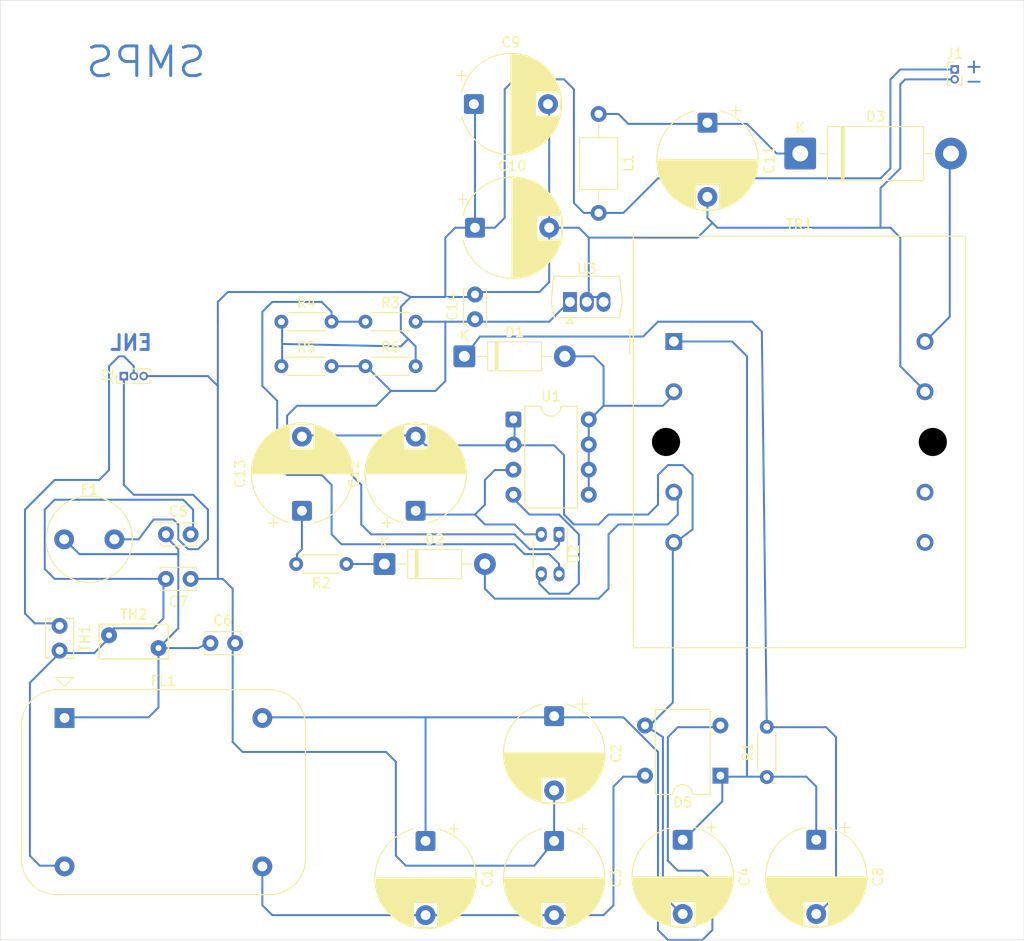
<source format=kicad_pcb>
(kicad_pcb (version 20241229) (generator "pcbnew") (generator_version "9.0")
  (layers (0 "F.Cu" signal) (2 "B.Cu" signal) (13 "F.Paste" user) (15 "B.Paste" user) (5 "F.SilkS" user "F.Silkscreen") (7 "B.SilkS" user "B.Silkscreen") (1 "F.Mask" user) (3 "B.Mask" user) (25 "Edge.Cuts" user))
  (net 0 "")
  (net 1 "Net-(C1-Pad1)")
  (net 2 "Net-(C1-Pad2)")
  (net 3 "Earth")
  (net 4 "Net-(D5-+)")
  (net 5 "Net-(D5--)")
  (net 6 "Net-(C5-Pad1)")
  (net 7 "Net-(C5-Pad2)")
  (net 8 "Net-(D1-K)")
  (net 9 "Net-(J1-Pin_1)")
  (net 10 "Net-(D3-K)")
  (net 11 "Net-(U1-FB)")
  (net 12 "Net-(C13-Pad1)")
  (net 13 "Net-(U3-K)")
  (net 14 "Net-(D1-A)")
  (net 15 "Net-(D2-A)")
  (net 16 "Net-(D2-K)")
  (net 17 "Net-(D3-A)")
  (net 18 "Net-(J2-Pin_1)")
  (net 19 "Net-(J2-Pin_2)")
  (net 20 "Net-(R3-Pad1)")
  (net 23 "Net-(U1-VDD)")
  (footprint "Capacitor_THT:CP_Radial_D10.0mm_P7.50mm" (layer "F.Cu") (at 157 121.382323 -90)
    (property "Reference" "C8" (at 3.75 -6.25 90) (layer "F.SilkS"))
    (property "Value" "C_Small")
    (pad "1" thru_hole roundrect (at 0 0 270) (size 2 2) (drill 1) (layers "*.Cu" "*.Mask") (roundrect_rratio 0.125) (net 4 "Net-(D5-+)"))
    (pad "2" thru_hole circle (at 7.5 0 270) (size 2 2) (drill 1) (layers "*.Cu" "*.Mask") (net 8 "Net-(D1-K)"))
  )
  (footprint "Capacitor_THT:C_Disc_D3.4mm_W2.1mm_P2.50mm" (layer "F.Cu") (at 95.75 101.5)
    (property "Reference" "C6" (at 1.25 -2.3 0) (layer "F.SilkS"))
    (property "Value" "C_Small")
    (pad "1" thru_hole circle (at 0 0) (size 1.6 1.6) (drill 0.8) (layers "*.Cu" "*.Mask") (net 6 "Net-(C5-Pad1)"))
    (pad "2" thru_hole circle (at 2.5 0) (size 1.6 1.6) (drill 0.8) (layers "*.Cu" "*.Mask") (net 3 "Earth"))
  )
  (footprint "Capacitor_THT:CP_Radial_D10.0mm_P7.50mm" (layer "F.Cu") (at 143.5 121.382323 -90)
    (property "Reference" "C4" (at 3.75 -6.25 90) (layer "F.SilkS"))
    (property "Value" "C_Polarized_US")
    (pad "1" thru_hole roundrect (at 0 0 270) (size 2 2) (drill 1) (layers "*.Cu" "*.Mask") (roundrect_rratio 0.125) (net 4 "Net-(D5-+)"))
    (pad "2" thru_hole circle (at 7.5 0 270) (size 2 2) (drill 1) (layers "*.Cu" "*.Mask") (net 5 "Net-(D5--)"))
  )
  (footprint "Diode_THT:D_DO-41_SOD81_P10.16mm_Horizontal" (layer "F.Cu") (at 113.34 93.5)
    (property "Reference" "D2" (at 5.08 -2.47 0) (layer "F.SilkS"))
    (property "Value" "1N4936")
    (fp_text user "K" (at 0 -2.1 0) (layer "F.SilkS"))
    (pad "1" thru_hole roundrect (at 0 0) (size 2.2 2.2) (drill 1.1) (layers "*.Cu" "*.Mask") (roundrect_rratio 0.113636) (net 16 "Net-(D2-K)"))
    (pad "2" thru_hole circle (at 10.16 0) (size 2.2 2.2) (drill 1.1) (layers "*.Cu" "*.Mask") (net 15 "Net-(D2-A)"))
  )
  (footprint "OptoDevice:Everlight_ITR8307F43" (layer "F.Cu") (at 131 90.5 180)
    (property "Reference" "U2" (at -1.5 -2 90) (layer "F.SilkS"))
    (property "Value" "GP2S700HCP")
    (pad "1" thru_hole roundrect (at 0 0 180) (size 1.1 1.5) (drill 0.7) (layers "*.Cu" "*.Mask") (roundrect_rratio 0.227) (net 13 "Net-(U3-K)"))
    (pad "2" thru_hole oval (at 0 -4 180) (size 1.1 1.5) (drill 0.7) (layers "*.Cu" "*.Mask") (net 20 "Net-(R3-Pad1)"))
    (pad "3" thru_hole oval (at 1.8 0 180) (size 1.1 1.5) (drill 0.7) (layers "*.Cu" "*.Mask") (net 11 "Net-(U1-FB)"))
    (pad "4" thru_hole oval (at 1.8 -4 180) (size 1.1 1.5) (drill 0.7) (layers "*.Cu" "*.Mask") (net 23 "Net-(U1-VDD)"))
  )
  (footprint "Capacitor_THT:CP_Radial_D10.0mm_P7.50mm" (layer "F.Cu") (at 122.5 59.5)
    (property "Reference" "C10" (at 3.75 -6.25 0) (layer "F.SilkS"))
    (property "Value" "C_Small")
    (pad "1" thru_hole roundrect (at 0 0) (size 2 2) (drill 1) (layers "*.Cu" "*.Mask") (roundrect_rratio 0.125) (net 9 "Net-(J1-Pin_1)"))
    (pad "2" thru_hole circle (at 7.5 0) (size 2 2) (drill 1) (layers "*.Cu" "*.Mask") (net 3 "Earth"))
  )
  (footprint "Capacitor_THT:CP_Radial_D10.0mm_P7.50mm" (layer "F.Cu") (at 146 48.882323 -90)
    (property "Reference" "C11" (at 3.75 -6.25 90) (layer "F.SilkS"))
    (property "Value" "C_Small")
    (pad "1" thru_hole roundrect (at 0 0 270) (size 2 2) (drill 1) (layers "*.Cu" "*.Mask") (roundrect_rratio 0.125) (net 10 "Net-(D3-K)"))
    (pad "2" thru_hole circle (at 7.5 0 270) (size 2 2) (drill 1) (layers "*.Cu" "*.Mask") (net 3 "Earth"))
  )
  (footprint "Resistor_THT:R_Axial_DIN0204_L3.6mm_D1.6mm_P5.08mm_Horizontal" (layer "F.Cu") (at 102.92 69)
    (property "Reference" "R4" (at 2.54 -1.92 0) (layer "F.SilkS"))
    (property "Value" "R_Small_US")
    (pad "1" thru_hole circle (at 0 0) (size 1.4 1.4) (drill 0.7) (layers "*.Cu" "*.Mask") (net 9 "Net-(J1-Pin_1)"))
    (pad "2" thru_hole circle (at 5.08 0) (size 1.4 1.4) (drill 0.7) (layers "*.Cu" "*.Mask") (net 20 "Net-(R3-Pad1)"))
  )
  (footprint "Diode_THT:Diode_Bridge_DIP-4_W7.62mm_P5.08mm" (layer "F.Cu") (at 147.31 114.9 180)
    (property "Reference" "D5" (at 3.8 -2.7 0) (layer "F.SilkS"))
    (property "Value" "KBPC3501W")
    (pad "1" thru_hole rect (at 0 0 180) (size 1.6 1.6) (drill 0.8) (layers "*.Cu" "*.Mask") (net 4 "Net-(D5-+)"))
    (pad "2" thru_hole oval (at 0 5.08 180) (size 1.6 1.6) (drill 0.8) (layers "*.Cu" "*.Mask") (net 1 "Net-(C1-Pad1)"))
    (pad "3" thru_hole oval (at 7.62 5.08 180) (size 1.6 1.6) (drill 0.8) (layers "*.Cu" "*.Mask") (net 5 "Net-(D5--)"))
    (pad "4" thru_hole oval (at 7.62 0 180) (size 1.6 1.6) (drill 0.8) (layers "*.Cu" "*.Mask") (net 2 "Net-(C1-Pad2)"))
  )
  (footprint "Transformer_THT:Transformer_Triad_VPP16-310" (layer "F.Cu") (at 142.6 71)
    (property "Reference" "TR1" (at 12.7 -11.84 0) (layer "F.SilkS"))
    (property "Value" "Triad_VPP16-310")
    (pad "" np_thru_hole circle (at -0.7874 10.16) (size 2.8448 2.8448) (drill 2.8448) (layers "*.Mask"))
    (pad "" np_thru_hole circle (at 26.1874 10.16) (size 2.8448 2.8448) (drill 2.8448) (layers "*.Mask"))
    (pad "1" thru_hole rect (at 0 0) (size 1.7 1.7) (drill 1) (layers "*.Cu" "*.Mask") (net 4 "Net-(D5-+)"))
    (pad "3" thru_hole circle (at 0 5.08) (size 1.7 1.7) (drill 1) (layers "*.Cu" "*.Mask") (net 14 "Net-(D1-A)"))
    (pad "4" thru_hole circle (at 0 15.24) (size 1.7 1.7) (drill 1) (layers "*.Cu" "*.Mask") (net 15 "Net-(D2-A)"))
    (pad "6" thru_hole circle (at 0 20.32) (size 1.7 1.7) (drill 1) (layers "*.Cu" "*.Mask") (net 5 "Net-(D5--)"))
    (pad "7" thru_hole circle (at 25.4 0) (size 1.7 1.7) (drill 1) (layers "*.Cu" "*.Mask") (net 17 "Net-(D3-A)"))
    (pad "9" thru_hole circle (at 25.4 5.08) (size 1.7 1.7) (drill 1) (layers "*.Cu" "*.Mask") (net 3 "Earth"))
    (pad "10" thru_hole circle (at 25.4 15.24) (size 1.7 1.7) (drill 1) (layers "*.Cu" "*.Mask"))
    (pad "12" thru_hole circle (at 25.4 20.32) (size 1.7 1.7) (drill 1) (layers "*.Cu" "*.Mask"))
  )
  (footprint "Resistor_THT:R_Axial_DIN0204_L3.6mm_D1.6mm_P5.08mm_Horizontal" (layer "F.Cu") (at 102.92 73.5)
    (property "Reference" "R5" (at 2.54 -1.92 0) (layer "F.SilkS"))
    (property "Value" "R_Small_US")
    (pad "1" thru_hole circle (at 0 0) (size 1.4 1.4) (drill 0.7) (layers "*.Cu" "*.Mask") (net 9 "Net-(J1-Pin_1)"))
    (pad "2" thru_hole circle (at 5.08 0) (size 1.4 1.4) (drill 0.7) (layers "*.Cu" "*.Mask") (net 13 "Net-(U3-K)"))
  )
  (footprint "Fuse:Fuse_Littelfuse_372_D8.50mm" (layer "F.Cu") (at 80.96 91)
    (property "Reference" "F1" (at 2.54 -5 0) (layer "F.SilkS"))
    (property "Value" "Fuse")
    (pad "1" thru_hole circle (at 0 0) (size 2 2) (drill 1) (layers "*.Cu" "*.Mask") (net 6 "Net-(C5-Pad1)"))
    (pad "2" thru_hole circle (at 5.08 0) (size 2 2) (drill 1) (layers "*.Cu" "*.Mask") (net 18 "Net-(J2-Pin_1)"))
  )
  (footprint "Capacitor_THT:CP_Radial_D10.0mm_P7.50mm" (layer "F.Cu") (at 105 88.117677 90)
    (property "Reference" "C13" (at 3.75 -6.25 90) (layer "F.SilkS"))
    (property "Value" "C_Polarized_US")
    (pad "1" thru_hole roundrect (at 0 0 90) (size 2 2) (drill 1) (layers "*.Cu" "*.Mask") (roundrect_rratio 0.125) (net 12 "Net-(C13-Pad1)"))
    (pad "2" thru_hole circle (at 7.5 0 90) (size 2 2) (drill 1) (layers "*.Cu" "*.Mask") (net 5 "Net-(D5--)"))
  )
  (footprint "Capacitor_THT:CP_Radial_D10.0mm_P7.50mm" (layer "F.Cu") (at 122.382323 47)
    (property "Reference" "C9" (at 3.75 -6.25 0) (layer "F.SilkS"))
    (property "Value" "C_Polarized_US")
    (pad "1" thru_hole roundrect (at 0 0) (size 2 2) (drill 1) (layers "*.Cu" "*.Mask") (roundrect_rratio 0.125) (net 9 "Net-(J1-Pin_1)"))
    (pad "2" thru_hole circle (at 7.5 0) (size 2 2) (drill 1) (layers "*.Cu" "*.Mask") (net 3 "Earth"))
  )
  (footprint "Capacitor_THT:CP_Radial_D10.0mm_P7.50mm" (layer "F.Cu") (at 130.5 108.882323 -90)
    (property "Reference" "C2" (at 3.75 -6.25 90) (layer "F.SilkS"))
    (property "Value" "C_Small")
    (pad "1" thru_hole roundrect (at 0 0 270) (size 2 2) (drill 1) (layers "*.Cu" "*.Mask") (roundrect_rratio 0.125) (net 1 "Net-(C1-Pad1)"))
    (pad "2" thru_hole circle (at 7.5 0 270) (size 2 2) (drill 1) (layers "*.Cu" "*.Mask") (net 3 "Earth"))
  )
  (footprint "Capacitor_THT:CP_Radial_D10.0mm_P7.50mm" (layer "F.Cu") (at 116.5 88.117677 90)
    (property "Reference" "C12" (at 3.75 -6.25 90) (layer "F.SilkS"))
    (property "Value" "C")
    (pad "1" thru_hole roundrect (at 0 0 90) (size 2 2) (drill 1) (layers "*.Cu" "*.Mask") (roundrect_rratio 0.125) (net 11 "Net-(U1-FB)"))
    (pad "2" thru_hole circle (at 7.5 0 90) (size 2 2) (drill 1) (layers "*.Cu" "*.Mask") (net 5 "Net-(D5--)"))
  )
  (footprint "Resistor_THT:R_Axial_DIN0204_L3.6mm_D1.6mm_P5.08mm_Horizontal" (layer "F.Cu") (at 111.42 73.5)
    (property "Reference" "R6" (at 2.54 -1.92 0) (layer "F.SilkS"))
    (property "Value" "R_Small_US")
    (pad "1" thru_hole circle (at 0 0) (size 1.4 1.4) (drill 0.7) (layers "*.Cu" "*.Mask") (net 13 "Net-(U3-K)"))
    (pad "2" thru_hole circle (at 5.08 0) (size 1.4 1.4) (drill 0.7) (layers "*.Cu" "*.Mask") (net 3 "Earth"))
  )
  (footprint "Connector_PinHeader_1.00mm:PinHeader_1x03_P1.00mm_Vertical" (layer "F.Cu") (at 87 74.5 90)
    (property "Reference" "J2" (at 0 -1.61 90) (layer "F.SilkS"))
    (property "Value" "Conn_01x03_Pin")
    (pad "1" thru_hole rect (at 0 0 90) (size 0.85 0.85) (drill 0.5) (layers "*.Cu" "*.Mask") (net 18 "Net-(J2-Pin_1)"))
    (pad "2" thru_hole circle (at 0 1 90) (size 0.85 0.85) (drill 0.5) (layers "*.Cu" "*.Mask") (net 19 "Net-(J2-Pin_2)"))
    (pad "3" thru_hole circle (at 0 2 90) (size 0.85 0.85) (drill 0.5) (layers "*.Cu" "*.Mask") (net 3 "Earth"))
  )
  (footprint "Capacitor_THT:CP_Radial_D10.0mm_P7.50mm" (layer "F.Cu") (at 117.5 121.5 -90)
    (property "Reference" "C1" (at 3.75 -6.25 90) (layer "F.SilkS"))
    (property "Value" "C_Small")
    (pad "1" thru_hole roundrect (at 0 0 270) (size 2 2) (drill 1) (layers "*.Cu" "*.Mask") (roundrect_rratio 0.125) (net 1 "Net-(C1-Pad1)"))
    (pad "2" thru_hole circle (at 7.5 0 270) (size 2 2) (drill 1) (layers "*.Cu" "*.Mask") (net 2 "Net-(C1-Pad2)"))
  )
  (footprint "Diode_THT:D_DO-201AD_P15.24mm_Horizontal" (layer "F.Cu") (at 155.38 52)
    (property "Reference" "D3" (at 7.62 -3.72 0) (layer "F.SilkS"))
    (property "Value" "1N5822")
    (fp_text user "K" (at 0 -2.6 0) (layer "F.SilkS"))
    (pad "1" thru_hole roundrect (at 0 0) (size 3.2 3.2) (drill 1.6) (layers "*.Cu" "*.Mask") (roundrect_rratio 0.078125) (net 10 "Net-(D3-K)"))
    (pad "2" thru_hole circle (at 15.24 0) (size 3.2 3.2) (drill 1.6) (layers "*.Cu" "*.Mask") (net 17 "Net-(D3-A)"))
  )
  (footprint "Package_TO_SOT_THT:NEC_Molded_7x4x9mm" (layer "F.Cu") (at 132.1 67)
    (property "Reference" "U3" (at 1.7 -3.35 0) (layer "F.SilkS"))
    (property "Value" "TL431D")
    (pad "1" thru_hole rect (at 0 0 180) (size 1.4 2) (drill 1) (layers "*.Cu" "*.Mask") (net 13 "Net-(U3-K)"))
    (pad "2" thru_hole oval (at 1.7 0 180) (size 1.4 2) (drill 1) (layers "*.Cu" "*.Mask") (net 3 "Earth"))
    (pad "3" thru_hole oval (at 3.4 0 180) (size 1.4 2) (drill 1) (layers "*.Cu" "*.Mask") (net 3 "Earth"))
  )
  (footprint "Capacitor_THT:C_Disc_D3.4mm_W2.1mm_P2.50mm" (layer "F.Cu") (at 93.75 95 180)
    (property "Reference" "C7" (at 1.25 -2.3 0) (layer "F.SilkS"))
    (property "Value" "C_Small")
    (pad "1" thru_hole circle (at 0 0 180) (size 1.6 1.6) (drill 0.8) (layers "*.Cu" "*.Mask") (net 3 "Earth"))
    (pad "2" thru_hole circle (at 2.5 0 180) (size 1.6 1.6) (drill 0.8) (layers "*.Cu" "*.Mask") (net 7 "Net-(C5-Pad2)"))
  )
  (footprint "Capacitor_THT:C_Disc_D3.4mm_W2.1mm_P2.50mm" (layer "F.Cu") (at 122.5 68.75 90)
    (property "Reference" "C14" (at 1.25 -2.3 90) (layer "F.SilkS"))
    (property "Value" "C")
    (pad "1" thru_hole circle (at 0 0 90) (size 1.6 1.6) (drill 0.8) (layers "*.Cu" "*.Mask") (net 13 "Net-(U3-K)"))
    (pad "2" thru_hole circle (at 2.5 0 90) (size 1.6 1.6) (drill 0.8) (layers "*.Cu" "*.Mask") (net 3 "Earth"))
  )
  (footprint "Varistor:RV_Disc_D7mm_W3.5mm_P5mm" (layer "F.Cu") (at 90.5 102 180)
    (property "Reference" "TH2" (at 2.5 3.4 0) (layer "F.SilkS"))
    (property "Value" "Thermistor_NTC")
    (pad "1" thru_hole circle (at 0 0 180) (size 1.6 1.6) (drill 0.6) (layers "*.Cu" "*.Mask") (net 6 "Net-(C5-Pad1)"))
    (pad "2" thru_hole circle (at 5 1.3 180) (size 1.6 1.6) (drill 0.6) (layers "*.Cu" "*.Mask") (net 7 "Net-(C5-Pad2)"))
  )
  (footprint "Capacitor_THT:CP_Radial_D10.0mm_P7.50mm" (layer "F.Cu") (at 130.5 121.5 -90)
    (property "Reference" "C3" (at 3.75 -6.25 90) (layer "F.SilkS"))
    (property "Value" "C_Small")
    (pad "1" thru_hole roundrect (at 0 0 270) (size 2 2) (drill 1) (layers "*.Cu" "*.Mask") (roundrect_rratio 0.125) (net 3 "Earth"))
    (pad "2" thru_hole circle (at 7.5 0 270) (size 2 2) (drill 1) (layers "*.Cu" "*.Mask") (net 2 "Net-(C1-Pad2)"))
  )
  (footprint "Package_DIP:DIP-8_W7.62mm" (layer "F.Cu") (at 126.38 78.88)
    (property "Reference" "U1" (at 3.81 -2.33 0) (layer "F.SilkS"))
    (property "Value" "VIPer22AS")
    (pad "1" thru_hole roundrect (at 0 0) (size 1.6 1.6) (drill 0.8) (layers "*.Cu" "*.Mask") (roundrect_rratio 0.15625) (net 5 "Net-(D5--)"))
    (pad "2" thru_hole circle (at 0 2.54) (size 1.6 1.6) (drill 0.8) (layers "*.Cu" "*.Mask") (net 5 "Net-(D5--)"))
    (pad "3" thru_hole circle (at 0 5.08) (size 1.6 1.6) (drill 0.8) (layers "*.Cu" "*.Mask") (net 11 "Net-(U1-FB)"))
    (pad "4" thru_hole circle (at 0 7.62) (size 1.6 1.6) (drill 0.8) (layers "*.Cu" "*.Mask") (net 23 "Net-(U1-VDD)"))
    (pad "5" thru_hole circle (at 7.62 7.62) (size 1.6 1.6) (drill 0.8) (layers "*.Cu" "*.Mask") (net 14 "Net-(D1-A)"))
    (pad "6" thru_hole circle (at 7.62 5.08) (size 1.6 1.6) (drill 0.8) (layers "*.Cu" "*.Mask") (net 14 "Net-(D1-A)"))
    (pad "7" thru_hole circle (at 7.62 2.54) (size 1.6 1.6) (drill 0.8) (layers "*.Cu" "*.Mask") (net 14 "Net-(D1-A)"))
    (pad "8" thru_hole circle (at 7.62 0) (size 1.6 1.6) (drill 0.8) (layers "*.Cu" "*.Mask") (net 14 "Net-(D1-A)"))
  )
  (footprint "Resistor_THT:R_Axial_DIN0204_L3.6mm_D1.6mm_P5.08mm_Horizontal" (layer "F.Cu") (at 111.42 69)
    (property "Reference" "R3" (at 2.54 -1.92 0) (layer "F.SilkS"))
    (property "Value" "R_Small_US")
    (pad "1" thru_hole circle (at 0 0) (size 1.4 1.4) (drill 0.7) (layers "*.Cu" "*.Mask") (net 20 "Net-(R3-Pad1)"))
    (pad "2" thru_hole circle (at 5.08 0) (size 1.4 1.4) (drill 0.7) (layers "*.Cu" "*.Mask") (net 13 "Net-(U3-K)"))
  )
  (footprint "Connector_PinHeader_1.00mm:PinHeader_1x02_P1.00mm_Vertical" (layer "F.Cu") (at 171 43.5)
    (property "Reference" "J1" (at 0 -1.61 0) (layer "F.SilkS"))
    (property "Value" "Conn_01x02_Pin")
    (pad "1" thru_hole rect (at 0 0) (size 0.85 0.85) (drill 0.5) (layers "*.Cu" "*.Mask") (net 9 "Net-(J1-Pin_1)"))
    (pad "2" thru_hole circle (at 0 1) (size 0.85 0.85) (drill 0.5) (layers "*.Cu" "*.Mask") (net 3 "Earth"))
  )
  (footprint "Capacitor_THT:C_Disc_D3.8mm_W2.6mm_P2.50mm" (layer "F.Cu") (at 80.5 99.75 -90)
    (property "Reference" "TH1" (at 1.25 -2.55 90) (layer "F.SilkS"))
    (property "Value" "Thermistor_NTC")
    (pad "1" thru_hole circle (at 0 0 270) (size 1.6 1.6) (drill 0.8) (layers "*.Cu" "*.Mask") (net 19 "Net-(J2-Pin_2)"))
    (pad "2" thru_hole circle (at 2.5 0 270) (size 1.6 1.6) (drill 0.8) (layers "*.Cu" "*.Mask") (net 7 "Net-(C5-Pad2)"))
  )
  (footprint "Filter:Filter_FILTERCON_1FPxx" (layer "F.Cu") (at 81 109.0675)
    (property "Reference" "FL1" (at 10 -3.75 0) (layer "F.SilkS"))
    (property "Value" "Filter_EMI_LL")
    (pad "1" thru_hole rect (at 0 0) (size 2 2) (drill 1) (layers "*.Cu" "*.Mask") (net 6 "Net-(C5-Pad1)"))
    (pad "2" thru_hole circle (at 20 0) (size 2 2) (drill 1) (layers "*.Cu" "*.Mask") (net 1 "Net-(C1-Pad1)"))
    (pad "3" thru_hole circle (at 0 15) (size 2 2) (drill 1) (layers "*.Cu" "*.Mask") (net 7 "Net-(C5-Pad2)"))
    (pad "4" thru_hole circle (at 20 15) (size 2 2) (drill 1) (layers "*.Cu" "*.Mask") (net 2 "Net-(C1-Pad2)"))
  )
  (footprint "Resistor_THT:R_Axial_DIN0204_L3.6mm_D1.6mm_P5.08mm_Horizontal" (layer "F.Cu") (at 109.5 93.5 180)
    (property "Reference" "R2" (at 2.54 -1.92 0) (layer "F.SilkS"))
    (property "Value" "R_Small_US")
    (pad "1" thru_hole circle (at 0 0 180) (size 1.4 1.4) (drill 0.7) (layers "*.Cu" "*.Mask") (net 16 "Net-(D2-K)"))
    (pad "2" thru_hole circle (at 5.08 0 180) (size 1.4 1.4) (drill 0.7) (layers "*.Cu" "*.Mask") (net 12 "Net-(C13-Pad1)"))
  )
  (footprint "Diode_THT:D_DO-41_SOD81_P10.16mm_Horizontal" (layer "F.Cu") (at 121.42 72.5)
    (property "Reference" "D1" (at 5.08 -2.47 0) (layer "F.SilkS"))
    (property "Value" "1N4936")
    (fp_text user "K" (at 0 -2.1 0) (layer "F.SilkS"))
    (pad "1" thru_hole roundrect (at 0 0) (size 2.2 2.2) (drill 1.1) (layers "*.Cu" "*.Mask") (roundrect_rratio 0.113636) (net 8 "Net-(D1-K)"))
    (pad "2" thru_hole circle (at 10.16 0) (size 2.2 2.2) (drill 1.1) (layers "*.Cu" "*.Mask") (net 14 "Net-(D1-A)"))
  )
  (footprint "Inductor_THT:L_Axial_L5.0mm_D3.6mm_P10.00mm_Horizontal_Murata_BL01RN1A2A2" (layer "F.Cu") (at 135 48 -90)
    (property "Reference" "L1" (at 5 -3 90) (layer "F.SilkS"))
    (property "Value" "L")
    (pad "1" thru_hole circle (at 0 0 270) (size 1.6 1.6) (drill 0.85) (layers "*.Cu" "*.Mask") (net 10 "Net-(D3-K)"))
    (pad "2" thru_hole oval (at 10 0 270) (size 1.6 1.6) (drill 0.85) (layers "*.Cu" "*.Mask") (net 9 "Net-(J1-Pin_1)"))
  )
  (footprint "Resistor_THT:R_Axial_DIN0204_L3.6mm_D1.6mm_P5.08mm_Horizontal" (layer "F.Cu") (at 152 115.04 90)
    (property "Reference" "R1" (at 2.54 -1.92 90) (layer "F.SilkS"))
    (property "Value" "R_Small")
    (pad "1" thru_hole circle (at 0 0 90) (size 1.4 1.4) (drill 0.7) (layers "*.Cu" "*.Mask") (net 4 "Net-(D5-+)"))
    (pad "2" thru_hole circle (at 5.08 0 90) (size 1.4 1.4) (drill 0.7) (layers "*.Cu" "*.Mask") (net 8 "Net-(D1-K)"))
  )
  (footprint "Capacitor_THT:C_Disc_D3.4mm_W2.1mm_P2.50mm" (layer "F.Cu") (at 91.25 90.5)
    (property "Reference" "C5" (at 1.25 -2.3 0) (layer "F.SilkS"))
    (property "Value" "C_Small")
    (pad "1" thru_hole circle (at 0 0) (size 1.6 1.6) (drill 0.8) (layers "*.Cu" "*.Mask") (net 6 "Net-(C5-Pad1)"))
    (pad "2" thru_hole circle (at 2.5 0) (size 1.6 1.6) (drill 0.8) (layers "*.Cu" "*.Mask") (net 7 "Net-(C5-Pad2)"))
  )
  (gr_line (start 124.5 84) (end 126 84) (stroke (width 0.2)) (layer "B.Cu") (net 11))
  (gr_line (start 131 88.5) (end 128 88.5) (stroke (width 0.2)) (layer "B.Cu") (net 23))
  (gr_line (start 131 93.5) (end 130 92.5) (stroke (width 0.2)) (layer "B.Cu") (net 20))
  (gr_line (start 143 88.5) (end 143 86) (stroke (width 0.2)) (layer "B.Cu") (net 15))
  (gr_line (start 88 73.5) (end 88 74.5) (stroke (width 0.2)) (layer "B.Cu") (net 19))
  (gr_line (start 107 84.5) (end 103.5 84.5) (stroke (width 0.2)) (layer "B.Cu") (net 20))
  (gr_line (start 129 95.5) (end 130 96.5) (stroke (width 0.2)) (layer "B.Cu") (net 23))
  (gr_line (start 123 70.5) (end 134.5 70.5) (stroke (width 0.2)) (layer "B.Cu") (net 8))
  (gr_line (start 114 76) (end 118.5 76) (stroke (width 0.2)) (layer "B.Cu") (net 13))
  (gr_line (start 132.5 57) (end 133.5 58) (stroke (width 0.2)) (layer "B.Cu") (net 9))
  (gr_line (start 91 95) (end 81 95) (stroke (width 0.2)) (layer "B.Cu") (net 7))
  (gr_line (start 85.5 84) (end 85.5 73.5) (stroke (width 0.2)) (layer "B.Cu") (net 19))
  (gr_line (start 105 88) (end 105 92) (stroke (width 0.2)) (layer "B.Cu") (net 12))
  (gr_line (start 130 47) (end 130 59.5) (stroke (width 0.2)) (layer "B.Cu") (net 3))
  (gr_line (start 88 86.5) (end 94 86.5) (stroke (width 0.2)) (layer "B.Cu") (net 18))
  (gr_line (start 91 99) (end 91 95) (stroke (width 0.2)) (layer "B.Cu") (net 7))
  (gr_line (start 131.5 44.5) (end 132.5 45.5) (stroke (width 0.2)) (layer "B.Cu") (net 9))
  (gr_line (start 163.5 55.5) (end 163.5 59.5) (stroke (width 0.2)) (layer "B.Cu") (net 3))
  (gr_line (start 153 52) (end 150 49) (stroke (width 0.2)) (layer "B.Cu") (net 10))
  (gr_line (start 112.5 77.5) (end 114 76) (stroke (width 0.2)) (layer "B.Cu") (net 13))
  (gr_line (start 132 96.5) (end 133 95.5) (stroke (width 0.2)) (layer "B.Cu") (net 23))
  (gr_line (start 99 112.5) (end 113.5 112.5) (stroke (width 0.2)) (layer "B.Cu") (net 3))
  (gr_line (start 141.5 111) (end 141.5 127) (stroke (width 0.2)) (layer "B.Cu") (net 5))
  (gr_line (start 84.5 85) (end 85.5 84) (stroke (width 0.2)) (layer "B.Cu") (net 19))
  (gr_line (start 133 59.5) (end 134 60.5) (stroke (width 0.2)) (layer "B.Cu") (net 3))
  (gr_line (start 115 71.5) (end 115.75 70.75) (stroke (width 0.2)) (layer "B.Cu"))
  (gr_line (start 108 68) (end 108 69) (stroke (width 0.2)) (layer "B.Cu") (net 20))
  (gr_line (start 103.5 83) (end 103.5 78.5) (stroke (width 0.2)) (layer "B.Cu") (net 13))
  (gr_line (start 82.5 92.5) (end 92.5 92.5) (stroke (width 0.2)) (layer "B.Cu") (net 6))
  (gr_line (start 92.5 89.5) (end 92.5 91) (stroke (width 0.2)) (layer "B.Cu") (net 18))
  (gr_line (start 116 66.5) (end 122.5 66.5) (stroke (width 0.2)) (layer "B.Cu") (net 3))
  (gr_line (start 109 83.5) (end 104 83.5) (stroke (width 0.2)) (layer "B.Cu") (net 13))
  (gr_line (start 122.5 47) (end 122.5 59.5) (stroke (width 0.2)) (layer "B.Cu") (net 9))
  (gr_line (start 108 90.5) (end 108 85.5) (stroke (width 0.2)) (layer "B.Cu") (net 20))
  (gr_line (start 134 81.5) (end 134 79) (stroke (width 0.2)) (layer "B.Cu") (net 14))
  (gr_line (start 97.5 66) (end 115 66) (stroke (width 0.2)) (layer "B.Cu") (net 3))
  (gr_line (start 132.5 45.5) (end 132.5 57) (stroke (width 0.2)) (layer "B.Cu") (net 9))
  (gr_line (start 164.5 53.5) (end 164.5 44.5) (stroke (width 0.2)) (layer "B.Cu") (net 9))
  (gr_line (start 135 97) (end 136 96) (stroke (width 0.2)) (layer "B.Cu") (net 15))
  (gr_line (start 123.5 89.5) (end 122.5 88.5) (stroke (width 0.2)) (layer "B.Cu") (net 11))
  (gr_line (start 117.5 129) (end 102 129) (stroke (width 0.2)) (layer "B.Cu") (net 2))
  (gr_line (start 102.5 79) (end 102.5 77) (stroke (width 0.2)) (layer "B.Cu") (net 20))
  (gr_line (start 152 110) (end 151.5 70) (stroke (width 0.2)) (layer "B.Cu") (net 8))
  (gr_line (start 77 88) (end 80 85) (stroke (width 0.2)) (layer "B.Cu") (net 19))
  (gr_line (start 131.5 72.5) (end 134.5 72.5) (stroke (width 0.2)) (layer "B.Cu") (net 14))
  (gr_line (start 147.5 117.5) (end 147.5 115) (stroke (width 0.2)) (layer "B.Cu") (net 4))
  (gr_line (start 142 111) (end 143 110) (stroke (width 0.2)) (layer "B.Cu") (net 1))
  (gr_line (start 121.5 72.5) (end 123 70.5) (stroke (width 0.2)) (layer "B.Cu") (net 8))
  (gr_line (start 129 94.5) (end 129 95.5) (stroke (width 0.2)) (layer "B.Cu") (net 23))
  (gr_line (start 137.5 115) (end 139.5 115) (stroke (width 0.2)) (layer "B.Cu") (net 2))
  (gr_line (start 132.5 89.5) (end 135 89.5) (stroke (width 0.2)) (layer "B.Cu") (net 5))
  (gr_line (start 146 56.5) (end 146 58.5) (stroke (width 0.2)) (layer "B.Cu") (net 3))
  (gr_line (start 131.5 88.5) (end 132.5 89.5) (stroke (width 0.2)) (layer "B.Cu") (net 5))
  (gr_line (start 108 73.5) (end 111.5 73.5) (stroke (width 0.2)) (layer "B.Cu") (net 13))
  (gr_line (start 146.5 130.5) (end 146.5 125.5) (stroke (width 0.2)) (layer "B.Cu") (net 1))
  (gr_line (start 104.5 92.5) (end 104.5 93.5) (stroke (width 0.2)) (layer "B.Cu") (net 12))
  (gr_line (start 157 116) (end 156 115) (stroke (width 0.2)) (layer "B.Cu") (net 4))
  (gr_line (start 102 67) (end 107 67) (stroke (width 0.2)) (layer "B.Cu") (net 20))
  (gr_line (start 96.5 69) (end 96.5 67) (stroke (width 0.2)) (layer "B.Cu") (net 3))
  (gr_line (start 130.5 121.5) (end 130.5 116.5) (stroke (width 0.2)) (layer "B.Cu") (net 3))
  (gr_line (start 116.5 69) (end 122.5 69) (stroke (width 0.2)) (layer "B.Cu") (net 13))
  (gr_line (start 80.5 99.5) (end 78 99.5) (stroke (width 0.2)) (layer "B.Cu") (net 19))
  (gr_line (start 137.5 58) (end 141 54.5) (stroke (width 0.2)) (layer "B.Cu") (net 9))
  (gr_line (start 141 112.5) (end 137.5 109) (stroke (width 0.2)) (layer "B.Cu") (net 1))
  (gr_line (start 114.5 113.5) (end 114.5 123) (stroke (width 0.2)) (layer "B.Cu") (net 3))
  (gr_line (start 107 67) (end 108 68) (stroke (width 0.2)) (layer "B.Cu") (net 20))
  (gr_line (start 130 96.5) (end 132 96.5) (stroke (width 0.2)) (layer "B.Cu") (net 23))
  (gr_line (start 127.5 90.5) (end 126.5 89.5) (stroke (width 0.2)) (layer "B.Cu") (net 11))
  (gr_line (start 119.5 75) (end 119.5 70) (stroke (width 0.2)) (layer "B.Cu") (net 13))
  (gr_line (start 108.5 73.5) (end 108 73.5) (stroke (width 0.2)) (layer "B.Cu") (net 13))
  (gr_line (start 119.5 70) (end 119.5 69) (stroke (width 0.2)) (layer "B.Cu") (net 13))
  (gr_line (start 89.5 109) (end 90.5 108) (stroke (width 0.2)) (layer "B.Cu") (net 6))
  (gr_line (start 103 69) (end 103 73.5) (stroke (width 0.2)) (layer "B.Cu") (net 9))
  (gr_line (start 155.5 52) (end 153 52) (stroke (width 0.2)) (layer "B.Cu") (net 10))
  (gr_line (start 126.5 44.5) (end 131.5 44.5) (stroke (width 0.2)) (layer "B.Cu") (net 9))
  (gr_line (start 102.5 77) (end 101 75.5) (stroke (width 0.2)) (layer "B.Cu") (net 20))
  (gr_line (start 90.5 102) (end 94.5 102) (stroke (width 0.2)) (layer "B.Cu") (net 6))
  (gr_line (start 80 87) (end 93 87) (stroke (width 0.2)) (layer "B.Cu") (net 7))
  (gr_line (start 143.5 121.5) (end 147.5 117.5) (stroke (width 0.2)) (layer "B.Cu") (net 4))
  (gr_line (start 87 72.5) (end 88 73.5) (stroke (width 0.2)) (layer "B.Cu") (net 19))
  (gr_line (start 88.5 91) (end 90 89) (stroke (width 0.2)) (layer "B.Cu") (net 18))
  (gr_line (start 170.5 68.5) (end 170.5 52) (stroke (width 0.2)) (layer "B.Cu") (net 17))
  (gr_line (start 168 71) (end 170.5 68.5) (stroke (width 0.2)) (layer "B.Cu") (net 17))
  (gr_line (start 141.5 111) (end 140 110) (stroke (width 0.2)) (layer "B.Cu") (net 5))
  (gr_line (start 108 85.5) (end 107 84.5) (stroke (width 0.2)) (layer "B.Cu") (net 20))
  (gr_line (start 93.5 92) (end 94.5 92) (stroke (width 0.2)) (layer "B.Cu") (net 18))
  (gr_line (start 137 89.5) (end 142 89.5) (stroke (width 0.2)) (layer "B.Cu") (net 15))
  (gr_line (start 102.5 83.5) (end 102.5 79) (stroke (width 0.2)) (layer "B.Cu") (net 20))
  (gr_line (start 141 54.5) (end 163.5 54.5) (stroke (width 0.2)) (layer "B.Cu") (net 9))
  (gr_line (start 143.5 83.5) (end 144.5 84.5) (stroke (width 0.2)) (layer "B.Cu") (net 5))
  (gr_line (start 86.5 72.5) (end 87 72.5) (stroke (width 0.2)) (layer "B.Cu") (net 19))
  (gr_line (start 97.5 66) (end 96.5 67) (stroke (width 0.2)) (layer "B.Cu") (net 3))
  (gr_line (start 124.5 97) (end 135 97) (stroke (width 0.2)) (layer "B.Cu") (net 15))
  (gr_line (start 79 88) (end 80 87) (stroke (width 0.2)) (layer "B.Cu") (net 7))
  (gr_line (start 127.5 92.5) (end 126.5 91.5) (stroke (width 0.2)) (layer "B.Cu") (net 20))
  (gr_line (start 141 112.5) (end 141 120) (stroke (width 0.2)) (layer "B.Cu") (net 1))
  (gr_line (start 87 74.5) (end 87 85.5) (stroke (width 0.2)) (layer "B.Cu") (net 18))
  (gr_line (start 125.5 45.5) (end 126.5 44.5) (stroke (width 0.2)) (layer "B.Cu") (net 9))
  (gr_line (start 112.5 91.5) (end 109 91.5) (stroke (width 0.2)) (layer "B.Cu") (net 20))
  (gr_line (start 141 130.5) (end 142 131.5) (stroke (width 0.2)) (layer "B.Cu") (net 1))
  (gr_line (start 123.5 85) (end 123.5 87.5) (stroke (width 0.2)) (layer "B.Cu") (net 11))
  (gr_line (start 128 92) (end 126.5 90.5) (stroke (width 0.2)) (layer "B.Cu") (net 13))
  (gr_line (start 135 89.5) (end 136 88.5) (stroke (width 0.2)) (layer "B.Cu") (net 5))
  (gr_line (start 90.5 108) (end 90.5 102) (stroke (width 0.2)) (layer "B.Cu") (net 6))
  (gr_line (start 92.5 100) (end 92.5 92) (stroke (width 0.2)) (layer "B.Cu") (net 6))
  (gr_line (start 133.5 58) (end 135 58) (stroke (width 0.2)) (layer "B.Cu") (net 9))
  (gr_line (start 101 68) (end 102 67) (stroke (width 0.2)) (layer "B.Cu") (net 20))
  (gr_line (start 122.5 69) (end 130 69) (stroke (width 0.2)) (layer "B.Cu") (net 13))
  (gr_line (start 103 71.25) (end 115 71.5) (stroke (width 0.2)) (layer "B.Cu") (net 9))
  (gr_line (start 123.5 96) (end 124.5 97) (stroke (width 0.2)) (layer "B.Cu") (net 15))
  (gr_line (start 133 90.5) (end 131 88.5) (stroke (width 0.2)) (layer "B.Cu") (net 23))
  (gr_line (start 142 131.5) (end 145.5 131.5) (stroke (width 0.2)) (layer "B.Cu") (net 1))
  (gr_line (start 166.5 44.5) (end 166 44.5) (stroke (width 0.2)) (layer "B.Cu") (net 3))
  (gr_line (start 130 59.5) (end 133 59.5) (stroke (width 0.2)) (layer "B.Cu") (net 3))
  (gr_line (start 141.5 77.5) (end 142.5 76.5) (stroke (width 0.2)) (layer "B.Cu") (net 14))
  (gr_line (start 86 100) (end 90 100) (stroke (width 0.2)) (layer "B.Cu") (net 7))
  (gr_line (start 80.5 102.5) (end 84 102.5) (stroke (width 0.2)) (layer "B.Cu") (net 7))
  (gr_line (start 130.5 109) (end 101 109) (stroke (width 0.2)) (layer "B.Cu") (net 1))
  (gr_line (start 142 83.5) (end 143.5 83.5) (stroke (width 0.2)) (layer "B.Cu") (net 5))
  (gr_line (start 89 74.5) (end 95.5 74.5) (stroke (width 0.2)) (layer "B.Cu") (net 3))
  (gr_line (start 111.5 73.5) (end 113 75) (stroke (width 0.2)) (layer "B.Cu") (net 13))
  (gr_line (start 148.5 71) (end 150 72.5) (stroke (width 0.2)) (layer "B.Cu") (net 4))
  (gr_line (start 150.5 69) (end 151.5 70) (stroke (width 0.2)) (layer "B.Cu") (net 8))
  (gr_line (start 87 85.5) (end 88 86.5) (stroke (width 0.2)) (layer "B.Cu") (net 18))
  (gr_line (start 140 110) (end 142.5 107.5) (stroke (width 0.2)) (layer "B.Cu") (net 5))
  (gr_line (start 150 113) (end 150 115) (stroke (width 0.2)) (layer "B.Cu") (net 4))
  (gr_line (start 129 90.5) (end 127.5 90.5) (stroke (width 0.2)) (layer "B.Cu") (net 11))
  (gr_line (start 128 88.5) (end 126.5 87) (stroke (width 0.2)) (layer "B.Cu") (net 23))
  (gr_line (start 136.5 116) (end 137.5 115) (stroke (width 0.2)) (layer "B.Cu") (net 2))
  (gr_line (start 119.5 60.5) (end 119.5 66.5) (stroke (width 0.2)) (layer "B.Cu"))
  (gr_line (start 135 58) (end 137.5 58) (stroke (width 0.2)) (layer "B.Cu") (net 9))
  (gr_line (start 81 91) (end 82.5 92.5) (stroke (width 0.2)) (layer "B.Cu") (net 6))
  (gr_line (start 77 98.5) (end 77 88) (stroke (width 0.2)) (layer "B.Cu") (net 19))
  (gr_line (start 145 60.5) (end 146.5 59) (stroke (width 0.2)) (layer "B.Cu") (net 3))
  (gr_line (start 77.5 123) (end 78.5 124) (stroke (width 0.2)) (layer "B.Cu") (net 7))
  (gr_line (start 104 83.5) (end 103.5 83) (stroke (width 0.2)) (layer "B.Cu") (net 13))
  (gr_line (start 137.5 109) (end 130.5 109) (stroke (width 0.2)) (layer "B.Cu") (net 1))
  (gr_line (start 131 90.5) (end 131 91.5) (stroke (width 0.2)) (layer "B.Cu") (net 13))
  (gr_line (start 129 66) (end 130 65) (stroke (width 0.2)) (layer "B.Cu") (net 3))
  (gr_line (start 147 59.5) (end 164.5 59.5) (stroke (width 0.2)) (layer "B.Cu") (net 3))
  (gr_line (start 159 127) (end 159 111) (stroke (width 0.2)) (layer "B.Cu") (net 8))
  (gr_line (start 131 91.5) (end 130.5 92) (stroke (width 0.2)) (layer "B.Cu") (net 13))
  (gr_line (start 130.5 81.5) (end 131.5 82.5) (stroke (width 0.2)) (layer "B.Cu") (net 5))
  (gr_line (start 157 121.5) (end 157 116) (stroke (width 0.2)) (layer "B.Cu") (net 4))
  (gr_line (start 134 84) (end 134 81.5) (stroke (width 0.2)) (layer "B.Cu") (net 14))
  (gr_line (start 165.5 53.5) (end 163.5 55.5) (stroke (width 0.2)) (layer "B.Cu") (net 3))
  (gr_line (start 94.5 92) (end 95.5 91) (stroke (width 0.2)) (layer "B.Cu") (net 18))
  (gr_line (start 97 95) (end 94 95) (stroke (width 0.2)) (layer "B.Cu") (net 3))
  (gr_line (start 142 123.5) (end 142 111) (stroke (width 0.2)) (layer "B.Cu") (net 1))
  (gr_line (start 157 129) (end 159 127) (stroke (width 0.2)) (layer "B.Cu") (net 8))
  (gr_line (start 115 66) (end 116 66.5) (stroke (width 0.2)) (layer "B.Cu"))
  (gr_line (start 115 71.5) (end 115.75 70.75) (stroke (width 0.2)) (layer "B.Cu"))
  (gr_line (start 95.5 88) (end 94 86.5) (stroke (width 0.2)) (layer "B.Cu") (net 18))
  (gr_line (start 122.5 88.5) (end 123.5 87.5) (stroke (width 0.2)) (layer "B.Cu") (net 11))
  (gr_line (start 101 75.5) (end 101 68) (stroke (width 0.2)) (layer "B.Cu") (net 20))
  (gr_line (start 123.5 93.5) (end 123.5 96) (stroke (width 0.2)) (layer "B.Cu") (net 15))
  (gr_line (start 136.5 128) (end 136.5 116) (stroke (width 0.2)) (layer "B.Cu") (net 2))
  (gr_line (start 145.5 131.5) (end 146.5 130.5) (stroke (width 0.2)) (layer "B.Cu") (net 1))
  (gr_line (start 124.5 59.5) (end 125.5 58.5) (stroke (width 0.2)) (layer "B.Cu") (net 9))
  (gr_line (start 112 90.5) (end 111 89.5) (stroke (width 0.2)) (layer "B.Cu") (net 13))
  (gr_line (start 168 76) (end 165.5 73.5) (stroke (width 0.2)) (layer "B.Cu") (net 3))
  (gr_line (start 135.5 129) (end 136.5 128) (stroke (width 0.2)) (layer "B.Cu") (net 2))
  (gr_line (start 93 87) (end 94 88) (stroke (width 0.2)) (layer "B.Cu") (net 7))
  (gr_line (start 164.5 44.5) (end 165.5 43.5) (stroke (width 0.2)) (layer "B.Cu") (net 9))
  (gr_line (start 131.5 82.5) (end 131.5 88.5) (stroke (width 0.2)) (layer "B.Cu") (net 5))
  (gr_line (start 130 92.5) (end 127.5 92.5) (stroke (width 0.2)) (layer "B.Cu") (net 20))
  (gr_line (start 94 88) (end 94 90.5) (stroke (width 0.2)) (layer "B.Cu") (net 7))
  (gr_line (start 79 94) (end 79 88) (stroke (width 0.2)) (layer "B.Cu") (net 7))
  (gr_line (start 90.5 102) (end 92.5 100) (stroke (width 0.2)) (layer "B.Cu") (net 6))
  (gr_line (start 138 49) (end 137 48) (stroke (width 0.2)) (layer "B.Cu") (net 10))
  (gr_line (start 80 95) (end 79 94) (stroke (width 0.2)) (layer "B.Cu") (net 7))
  (gr_line (start 128.5 124) (end 130.5 121.5) (stroke (width 0.2)) (layer "B.Cu") (net 3))
  (gr_line (start 96.5 75.5) (end 96.5 95) (stroke (width 0.2)) (layer "B.Cu") (net 3))
  (gr_line (start 135.5 77.5) (end 141.5 77.5) (stroke (width 0.2)) (layer "B.Cu") (net 14))
  (gr_line (start 165.5 73.5) (end 165.5 68.5) (stroke (width 0.2)) (layer "B.Cu") (net 3))
  (gr_line (start 126.5 90.5) (end 112 90.5) (stroke (width 0.2)) (layer "B.Cu") (net 13))
  (gr_line (start 146 49) (end 138 49) (stroke (width 0.2)) (layer "B.Cu") (net 10))
  (gr_line (start 117.5 81.5) (end 126.5 81.5) (stroke (width 0.2)) (layer "B.Cu") (net 5))
  (gr_line (start 142.5 107.5) (end 142.5 91.5) (stroke (width 0.2)) (layer "B.Cu") (net 5))
  (gr_line (start 115 70) (end 115 67.5) (stroke (width 0.2)) (layer "B.Cu") (net 3))
  (gr_line (start 113.5 112.5) (end 114.5 113.5) (stroke (width 0.2)) (layer "B.Cu") (net 3))
  (gr_line (start 152 115) (end 147.5 115) (stroke (width 0.2)) (layer "B.Cu") (net 4))
  (gr_line (start 140 88.5) (end 141 87.5) (stroke (width 0.2)) (layer "B.Cu") (net 5))
  (gr_line (start 143.5 129) (end 141.5 127) (stroke (width 0.2)) (layer "B.Cu") (net 5))
  (gr_line (start 134 86.5) (end 134 84) (stroke (width 0.2)) (layer "B.Cu") (net 14))
  (gr_line (start 117.5 129) (end 130.5 129) (stroke (width 0.2)) (layer "B.Cu") (net 2))
  (gr_line (start 92 89) (end 92.5 89.5) (stroke (width 0.2)) (layer "B.Cu") (net 18))
  (gr_line (start 123.5 85) (end 124.5 84) (stroke (width 0.2)) (layer "B.Cu") (net 11))
  (gr_line (start 117.5 121.5) (end 117.5 109) (stroke (width 0.2)) (layer "B.Cu") (net 1))
  (gr_line (start 163.5 54.5) (end 164.5 53.5) (stroke (width 0.2)) (layer "B.Cu") (net 9))
  (gr_line (start 130.5 129) (end 135.5 129) (stroke (width 0.2)) (layer "B.Cu") (net 2))
  (gr_line (start 120.5 59.5) (end 119.5 60.5) (stroke (width 0.2)) (layer "B.Cu") (net 9))
  (gr_line (start 98 96) (end 97 95) (stroke (width 0.2)) (layer "B.Cu") (net 3))
  (gr_line (start 150 49) (end 146 49) (stroke (width 0.2)) (layer "B.Cu") (net 10))
  (gr_line (start 116.5 71.5) (end 115 70) (stroke (width 0.2)) (layer "B.Cu") (net 3))
  (gr_line (start 142 89.5) (end 143 88.5) (stroke (width 0.2)) (layer "B.Cu") (net 15))
  (gr_line (start 101 128) (end 101 124) (stroke (width 0.2)) (layer "B.Cu") (net 2))
  (gr_line (start 115.5 124) (end 128.5 124) (stroke (width 0.2)) (layer "B.Cu") (net 3))
  (gr_line (start 109 91.5) (end 108 90.5) (stroke (width 0.2)) (layer "B.Cu") (net 20))
  (gr_line (start 111 85.5) (end 109 83.5) (stroke (width 0.2)) (layer "B.Cu") (net 13))
  (gr_line (start 141 69) (end 144.5 69) (stroke (width 0.2)) (layer "B.Cu") (net 8))
  (gr_line (start 134 66.5) (end 135.5 66.5) (stroke (width 0.2)) (layer "B.Cu") (net 3))
  (gr_line (start 126.5 79) (end 126.5 81) (stroke (width 0.2)) (layer "B.Cu") (net 5))
  (gr_line (start 98 111.5) (end 99 112.5) (stroke (width 0.2)) (layer "B.Cu") (net 3))
  (gr_line (start 98 101.5) (end 98 96) (stroke (width 0.2)) (layer "B.Cu") (net 3))
  (gr_line (start 80.5 102.5) (end 79 104) (stroke (width 0.2)) (layer "B.Cu") (net 7))
  (gr_line (start 144.5 69) (end 150.5 69) (stroke (width 0.2)) (layer "B.Cu") (net 8))
  (gr_line (start 146 49) (end 146.5 48.5) (stroke (width 0.2)) (layer "B.Cu") (net 10))
  (gr_line (start 103.5 84.5) (end 102.5 83.5) (stroke (width 0.2)) (layer "B.Cu") (net 20))
  (gr_line (start 143 110) (end 147 110) (stroke (width 0.2)) (layer "B.Cu") (net 1))
  (gr_line (start 143 71) (end 148.5 71) (stroke (width 0.2)) (layer "B.Cu") (net 4))
  (gr_line (start 156 115) (end 152 115) (stroke (width 0.2)) (layer "B.Cu") (net 4))
  (gr_line (start 79 104) (end 77.5 105.5) (stroke (width 0.2)) (layer "B.Cu") (net 7))
  (gr_line (start 95.5 74.5) (end 96.5 75.5) (stroke (width 0.2)) (layer "B.Cu") (net 3))
  (gr_line (start 103.5 78.5) (end 104.5 77.5) (stroke (width 0.2)) (layer "B.Cu") (net 13))
  (gr_line (start 136 88.5) (end 140 88.5) (stroke (width 0.2)) (layer "B.Cu") (net 5))
  (gr_line (start 136 90.5) (end 137 89.5) (stroke (width 0.2)) (layer "B.Cu") (net 15))
  (gr_line (start 134 60.5) (end 134 66.5) (stroke (width 0.2)) (layer "B.Cu") (net 3))
  (gr_line (start 126.5 89.5) (end 123.5 89.5) (stroke (width 0.2)) (layer "B.Cu") (net 11))
  (gr_line (start 95.5 91) (end 95.5 88) (stroke (width 0.2)) (layer "B.Cu") (net 18))
  (gr_line (start 98 101.5) (end 98 111.5) (stroke (width 0.2)) (layer "B.Cu") (net 3))
  (gr_line (start 131 94) (end 131 93.5) (stroke (width 0.2)) (layer "B.Cu") (net 20))
  (gr_line (start 94.5 102) (end 95.5 101.5) (stroke (width 0.2)) (layer "B.Cu") (net 6))
  (gr_line (start 96.5 75.5) (end 96.5 69) (stroke (width 0.2)) (layer "B.Cu") (net 3))
  (gr_line (start 90 100) (end 91 99) (stroke (width 0.2)) (layer "B.Cu") (net 7))
  (gr_line (start 165.5 68.5) (end 165.5 62) (stroke (width 0.2)) (layer "B.Cu") (net 3))
  (gr_line (start 143 124.5) (end 142 123.5) (stroke (width 0.2)) (layer "B.Cu") (net 1))
  (gr_line (start 146 58.5) (end 147 59.5) (stroke (width 0.2)) (layer "B.Cu") (net 3))
  (gr_line (start 118.5 76) (end 119.5 75) (stroke (width 0.2)) (layer "B.Cu") (net 13))
  (gr_line (start 126.5 81.5) (end 130.5 81.5) (stroke (width 0.2)) (layer "B.Cu") (net 5))
  (gr_line (start 141 87.5) (end 141 84.5) (stroke (width 0.2)) (layer "B.Cu") (net 5))
  (gr_line (start 141 120) (end 141 130.5) (stroke (width 0.2)) (layer "B.Cu") (net 1))
  (gr_line (start 113 75) (end 114 76) (stroke (width 0.2)) (layer "B.Cu") (net 13))
  (gr_line (start 130.5 92) (end 128 92) (stroke (width 0.2)) (layer "B.Cu") (net 13))
  (gr_line (start 116.5 88.5) (end 122.5 88.5) (stroke (width 0.2)) (layer "B.Cu") (net 11))
  (gr_line (start 122.5 59.5) (end 124.5 59.5) (stroke (width 0.2)) (layer "B.Cu") (net 9))
  (gr_line (start 122.5 66) (end 129 66) (stroke (width 0.2)) (layer "B.Cu") (net 3))
  (gr_line (start 114.5 123) (end 115.5 124) (stroke (width 0.2)) (layer "B.Cu") (net 3))
  (gr_line (start 86 91) (end 88.5 91) (stroke (width 0.2)) (layer "B.Cu") (net 18))
  (gr_line (start 85.5 73.5) (end 86.5 72.5) (stroke (width 0.2)) (layer "B.Cu") (net 19))
  (gr_line (start 104.5 77.5) (end 112.5 77.5) (stroke (width 0.2)) (layer "B.Cu") (net 13))
  (gr_line (start 137 48) (end 135 48) (stroke (width 0.2)) (layer "B.Cu") (net 10))
  (gr_line (start 78.5 124) (end 81 124) (stroke (width 0.2)) (layer "B.Cu") (net 7))
  (gr_line (start 78 99.5) (end 77 98.5) (stroke (width 0.2)) (layer "B.Cu") (net 19))
  (gr_line (start 109.5 93.5) (end 113.5 93.5) (stroke (width 0.2)) (layer "B.Cu") (net 16))
  (gr_line (start 125.5 58.5) (end 125.5 45.5) (stroke (width 0.2)) (layer "B.Cu") (net 9))
  (gr_line (start 130 69) (end 132 67) (stroke (width 0.2)) (layer "B.Cu") (net 13))
  (gr_line (start 122.5 59.5) (end 120.5 59.5) (stroke (width 0.2)) (layer "B.Cu") (net 9))
  (gr_line (start 165.5 43.5) (end 171 43.5) (stroke (width 0.2)) (layer "B.Cu") (net 9))
  (gr_line (start 92.5 91) (end 93.5 92) (stroke (width 0.2)) (layer "B.Cu") (net 18))
  (gr_line (start 105 80.5) (end 116.5 80.5) (stroke (width 0.2)) (layer "B.Cu") (net 5))
  (gr_line (start 171 44.5) (end 166.5 44.5) (stroke (width 0.2)) (layer "B.Cu") (net 3))
  (gr_line (start 165.5 45) (end 165.5 53.5) (stroke (width 0.2)) (layer "B.Cu") (net 3))
  (gr_line (start 133 95.5) (end 133 90.5) (stroke (width 0.2)) (layer "B.Cu") (net 23))
  (gr_line (start 102 129) (end 101 128) (stroke (width 0.2)) (layer "B.Cu") (net 2))
  (gr_line (start 134.5 72.5) (end 135.5 73.5) (stroke (width 0.2)) (layer "B.Cu") (net 14))
  (gr_line (start 81 95) (end 80 95) (stroke (width 0.2)) (layer "B.Cu") (net 7))
  (gr_line (start 84 102.5) (end 85.5 101) (stroke (width 0.2)) (layer "B.Cu") (net 7))
  (gr_line (start 151.5 110) (end 158 110) (stroke (width 0.2)) (layer "B.Cu") (net 8))
  (gr_line (start 164.5 59.5) (end 165.5 60.5) (stroke (width 0.2)) (layer "B.Cu") (net 3))
  (gr_line (start 158 110) (end 159 111) (stroke (width 0.2)) (layer "B.Cu") (net 8))
  (gr_line (start 80 85) (end 84.5 85) (stroke (width 0.2)) (layer "B.Cu") (net 19))
  (gr_line (start 141 84.5) (end 142 83.5) (stroke (width 0.2)) (layer "B.Cu") (net 5))
  (gr_line (start 146.5 125.5) (end 145.5 124.5) (stroke (width 0.2)) (layer "B.Cu") (net 1))
  (gr_line (start 139.5 70.5) (end 141 69) (stroke (width 0.2)) (layer "B.Cu") (net 8))
  (gr_line (start 77.5 105.5) (end 77.5 123) (stroke (width 0.2)) (layer "B.Cu") (net 7))
  (gr_line (start 126.5 91.5) (end 112.5 91.5) (stroke (width 0.2)) (layer "B.Cu") (net 20))
  (gr_line (start 134 60.5) (end 145 60.5) (stroke (width 0.2)) (layer "B.Cu") (net 3))
  (gr_line (start 92.5 92) (end 91 90.5) (stroke (width 0.2)) (layer "B.Cu") (net 6))
  (gr_line (start 136 96) (end 136 90.5) (stroke (width 0.2)) (layer "B.Cu") (net 15))
  (gr_line (start 130 65) (end 130 59.5) (stroke (width 0.2)) (layer "B.Cu") (net 3))
  (gr_line (start 134 79) (end 135.5 77.5) (stroke (width 0.2)) (layer "B.Cu") (net 14))
  (gr_line (start 81.5 109) (end 89.5 109) (stroke (width 0.2)) (layer "B.Cu") (net 6))
  (gr_line (start 90 89) (end 92 89) (stroke (width 0.2)) (layer "B.Cu") (net 18))
  (gr_line (start 134.5 70.5) (end 139.5 70.5) (stroke (width 0.2)) (layer "B.Cu") (net 8))
  (gr_line (start 145.5 124.5) (end 143 124.5) (stroke (width 0.2)) (layer "B.Cu") (net 1))
  (gr_line (start 116.5 80.5) (end 117.5 81.5) (stroke (width 0.2)) (layer "B.Cu") (net 5))
  (gr_line (start 150 72.5) (end 150 113) (stroke (width 0.2)) (layer "B.Cu") (net 4))
  (gr_line (start 166 44.5) (end 165.5 45) (stroke (width 0.2)) (layer "B.Cu") (net 3))
  (gr_line (start 144.5 84.5) (end 144.5 90) (stroke (width 0.2)) (layer "B.Cu") (net 5))
  (gr_line (start 135.5 73.5) (end 135.5 77.5) (stroke (width 0.2)) (layer "B.Cu") (net 14))
  (gr_line (start 108 69) (end 111.5 69) (stroke (width 0.2)) (layer "B.Cu") (net 20))
  (gr_line (start 165.5 60.5) (end 165.5 62) (stroke (width 0.2)) (layer "B.Cu") (net 3))
  (gr_line (start 116.5 73.5) (end 116.5 71.5) (stroke (width 0.2)) (layer "B.Cu") (net 3))
  (gr_line (start 85.5 101) (end 86 100) (stroke (width 0.2)) (layer "B.Cu") (net 7))
  (gr_line (start 111 89.5) (end 111 85.5) (stroke (width 0.2)) (layer "B.Cu") (net 13))
  (gr_line (start 141 120) (end 141 112.5) (stroke (width 0.2)) (layer "B.Cu") (net 1))
  (gr_line (start 105 92) (end 104.5 92.5) (stroke (width 0.2)) (layer "B.Cu") (net 12))
  (gr_line (start 115 67.5) (end 116 66.5) (stroke (width 0.2)) (layer "B.Cu") (net 3))
  (gr_line (start 144.5 90) (end 142.5 91.5) (stroke (width 0.2)) (layer "B.Cu") (net 5))
  (gr_rect (start 74.5 36.5) (end 178 131.5) (stroke (width 0.05)) (fill no) (layer "Edge.Cuts"))
  (gr_text "-" (at 174 45.5 0) (layer "B.Cu") (effects (font (size 1.5 1.5) (thickness 0.1875)) (justify left bottom mirror)))
  (gr_text "ENL" (at 90 72 0) (layer "B.Cu") (effects (font (size 1.5 1.5) (thickness 0.3) (bold yes)) (justify left bottom mirror)))
  (gr_text "SMPS" (at 95.5 44.5 0) (layer "B.Cu") (effects (font (size 3 3) (thickness 0.3) (bold yes)) (justify left bottom mirror)))
  (gr_text "+" (at 174 44 0) (layer "B.Cu") (effects (font (size 1.5 1.5) (thickness 0.1875)) (justify left bottom mirror)))
)
</source>
